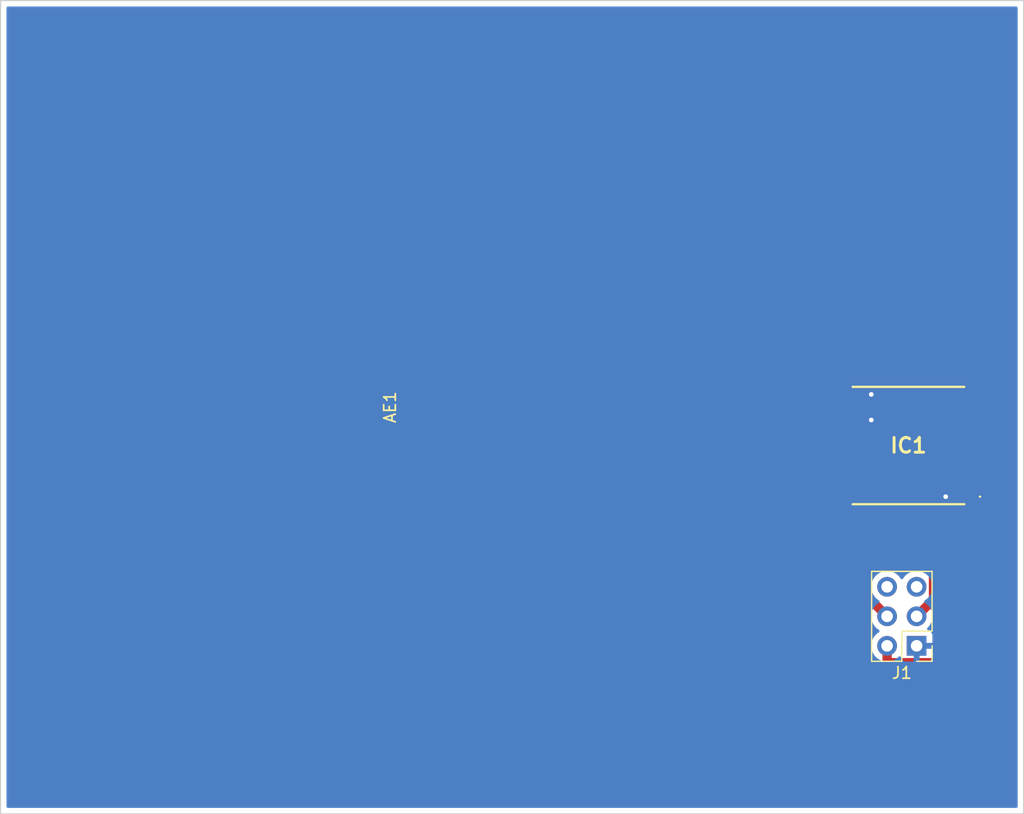
<source format=kicad_pcb>
(kicad_pcb (version 20211014) (generator pcbnew)
  (title_block (comment 4 "AISLER Project ID: APWCRJEI"))
  (layers (0 "F.Cu" signal) (31 "B.Cu" signal) (34 "B.Paste" user) (35 "F.Paste" user) (36 "B.SilkS" user "B.Silkscreen") (37 "F.SilkS" user "F.Silkscreen") (38 "B.Mask" user) (39 "F.Mask" user) (44 "Edge.Cuts" user))
  (net 0 "")
  (net 1 "Net-(AE1-Pad1)")
  (net 7 "Net-(IC1-Pad7)")
  (net 15 "GND")
  (net 16 "/sda")
  (net 17 "/scl")
  (footprint "Connector_PinHeader_2.54mm:PinHeader_2x03_P2.54mm_Vertical" (layer "F.Cu") (at 134.8 38.54 180)
    (fp_text reference "J1" (at 1.27 -2.33) (layer "F.SilkS"))
    (fp_text value "Conn_02x03_Odd_Even")
    (fp_line (start 1.27 -1.33) (end 3.87 -1.33) (layer "F.SilkS") (width 0.12))
    (fp_line (start -1.33 1.27) (end 1.27 1.27) (layer "F.SilkS") (width 0.12))
    (fp_line (start -1.33 1.27) (end -1.33 6.41) (layer "F.SilkS") (width 0.12))
    (fp_line (start -1.33 -1.33) (end 0 -1.33) (layer "F.SilkS") (width 0.12))
    (fp_line (start -1.33 6.41) (end 3.87 6.41) (layer "F.SilkS") (width 0.12))
    (fp_line (start 1.27 1.27) (end 1.27 -1.33) (layer "F.SilkS") (width 0.12))
    (fp_line (start 3.87 -1.33) (end 3.87 6.41) (layer "F.SilkS") (width 0.12))
    (fp_line (start -1.33 0) (end -1.33 -1.33) (layer "F.SilkS") (width 0.12))
    (pad "1" thru_hole rect (at 0 0 180) (size 1.7 1.7) (drill 1) (layers *.Cu *.Mask) (net 15 "GND"))
    (pad "2" thru_hole oval (at 2.54 0 180) (size 1.7 1.7) (drill 1) (layers *.Cu *.Mask) (net 7 "Net-(IC1-Pad7)"))
    (pad "3" thru_hole oval (at 0 2.54 180) (size 1.7 1.7) (drill 1) (layers *.Cu *.Mask) (net 17 "/scl"))
    (pad "4" thru_hole oval (at 2.54 2.54 180) (size 1.7 1.7) (drill 1) (layers *.Cu *.Mask) (net 16 "/sda"))
    (pad "5" thru_hole oval (at 0 5.08 180) (size 1.7 1.7) (drill 1) (layers *.Cu *.Mask))
    (pad "6" thru_hole oval (at 2.54 5.08 180) (size 1.7 1.7) (drill 1) (layers *.Cu *.Mask))
  )
  (footprint "antennas:patch_antenna_1.6ghz_cp" (layer "F.Cu") (at 90 18 90)
    (fp_text reference "AE1" (at 0 -0.5 90 unlocked) (layer "F.SilkS"))
    (fp_text value "Antenna")
    (fp_poly (pts (xy 22.75 15.925) (xy 15.925 22.75) (xy -22.75 22.75) (xy -22.75 -15.925) (xy -15.925 -22.75) (xy 22.75 -22.75)) (layer "F.Cu") (width 0.2) (fill solid))
    (pad "1" smd circle (at 0 0 90) (size 10 10) (layers "F.Cu") (net 1 "Net-(AE1-Pad1)"))
  )
  (footprint "antennas:MAXM10S00B" (layer "F.Cu") (at 134.1 21.3)
    (fp_text reference "IC1" (at 0 0) (layer "F.SilkS") (effects (font (size 1.27 1.27) (thickness 0.254))))
    (fp_text value "MAX-M10S-00B" hide)
    (fp_line (start 6.1 4.4) (end 6.1 4.4) (layer "F.SilkS") (width 0.1))
    (fp_line (start 4.8 -5.05) (end -4.8 -5.05) (layer "F.SilkS") (width 0.2))
    (fp_line (start 4.8 5.05) (end -4.8 5.05) (layer "F.SilkS") (width 0.2))
    (fp_line (start 6.2 4.4) (end 6.2 4.4) (layer "F.SilkS") (width 0.1))
    (fp_arc (start 6.2 4.4) (mid 6.15 4.45) (end 6.1 4.4) (layer "F.SilkS") (width 0.1))
    (fp_arc (start 6.1 4.4) (mid 6.15 4.35) (end 6.2 4.4) (layer "F.SilkS") (width 0.1))
    (pad "1" smd rect (at 4.75 4.4 90) (size 0.7 1.8) (layers "F.Cu" "F.Paste" "F.Mask") (net 15 "GND"))
    (pad "2" smd rect (at 4.75 3.3 90) (size 0.8 1.8) (layers "F.Cu" "F.Paste" "F.Mask"))
    (pad "3" smd rect (at 4.75 2.2 90) (size 0.8 1.8) (layers "F.Cu" "F.Paste" "F.Mask"))
    (pad "4" smd rect (at 4.75 1.1 90) (size 0.8 1.8) (layers "F.Cu" "F.Paste" "F.Mask"))
    (pad "5" smd rect (at 4.75 0 90) (size 0.8 1.8) (layers "F.Cu" "F.Paste" "F.Mask"))
    (pad "6" smd rect (at 4.75 -1.1 90) (size 0.8 1.8) (layers "F.Cu" "F.Paste" "F.Mask"))
    (pad "7" smd rect (at 4.75 -2.2 90) (size 0.8 1.8) (layers "F.Cu" "F.Paste" "F.Mask") (net 7 "Net-(IC1-Pad7)"))
    (pad "8" smd rect (at 4.75 -3.3 90) (size 0.8 1.8) (layers "F.Cu" "F.Paste" "F.Mask") (net 7 "Net-(IC1-Pad7)"))
    (pad "9" smd rect (at 4.75 -4.4 90) (size 0.7 1.8) (layers "F.Cu" "F.Paste" "F.Mask"))
    (pad "10" smd rect (at -4.75 -4.4 90) (size 0.7 1.8) (layers "F.Cu" "F.Paste" "F.Mask") (net 15 "GND"))
    (pad "11" smd rect (at -4.75 -3.3 90) (size 0.8 1.8) (layers "F.Cu" "F.Paste" "F.Mask") (net 1 "Net-(AE1-Pad1)"))
    (pad "12" smd rect (at -4.75 -2.2 90) (size 0.8 1.8) (layers "F.Cu" "F.Paste" "F.Mask") (net 15 "GND"))
    (pad "13" smd rect (at -4.75 -1.1 90) (size 0.8 1.8) (layers "F.Cu" "F.Paste" "F.Mask"))
    (pad "14" smd rect (at -4.75 0 90) (size 0.8 1.8) (layers "F.Cu" "F.Paste" "F.Mask"))
    (pad "15" smd rect (at -4.75 1.1 90) (size 0.8 1.8) (layers "F.Cu" "F.Paste" "F.Mask"))
    (pad "16" smd rect (at -4.75 2.2 90) (size 0.8 1.8) (layers "F.Cu" "F.Paste" "F.Mask") (net 16 "/sda"))
    (pad "17" smd rect (at -4.75 3.3 90) (size 0.8 1.8) (layers "F.Cu" "F.Paste" "F.Mask") (net 17 "/scl"))
    (pad "18" smd rect (at -4.75 4.4 90) (size 0.7 1.8) (layers "F.Cu" "F.Paste" "F.Mask"))
  )
  (gr_rect (start 56 -17) (end 144 53) (layer "Edge.Cuts") (width 0.1) (fill none))
  (segment (start 90 18) (end 126.8005 18) (width 2.9) (layer "F.Cu") (net 1))
  (segment (start 126.8005 18) (end 129.35 18) (width 0.8) (layer "F.Cu") (net 1))
  (segment (start 140.35 19.2) (end 140.35 35.89) (width 0.8) (layer "F.Cu") (net 7))
  (segment (start 136.25 39.99) (end 132.507919 39.99) (width 0.8) (layer "F.Cu") (net 7))
  (segment (start 138.85 19.1) (end 140.25 19.1) (width 0.8) (layer "F.Cu") (net 7))
  (segment (start 140.35 35.89) (end 136.25 39.99) (width 0.8) (layer "F.Cu") (net 7))
  (segment (start 139.15 18) (end 140.25 19.1) (width 0.8) (layer "F.Cu") (net 7))
  (segment (start 138.85 18) (end 139.15 18) (width 0.8) (layer "F.Cu") (net 7))
  (segment (start 140.25 19.1) (end 140.35 19.2) (width 0.8) (layer "F.Cu") (net 7))
  (segment (start 132.26 39.742081) (end 132.26 38.54) (width 0.8) (layer "F.Cu") (net 7))
  (segment (start 132.507919 39.99) (end 132.26 39.742081) (width 0.8) (layer "F.Cu") (net 7))
  (segment (start 129.35 16.9) (end 130.9 16.9) (width 0.8) (layer "F.Cu") (net 15))
  (segment (start 138.85 25.7) (end 137.3 25.7) (width 0.8) (layer "F.Cu") (net 15))
  (segment (start 129.35 19.1) (end 130.9 19.1) (width 0.8) (layer "F.Cu") (net 15))
  (via (at 130.9 19.1) (size 0.8) (drill 0.4) (layers "F.Cu" "B.Cu") (net 15))
  (via (at 130.9 16.9) (size 0.8) (drill 0.4) (layers "F.Cu" "B.Cu") (net 15))
  (via (at 137.3 25.7) (size 0.8) (drill 0.4) (layers "F.Cu" "B.Cu") (net 15))
  (segment (start 127.85 23.6) (end 127.85 31.59) (width 0.8) (layer "F.Cu") (net 16))
  (segment (start 129.35 23.5) (end 127.95 23.5) (width 0.8) (layer "F.Cu") (net 16))
  (segment (start 127.85 31.59) (end 132.26 36) (width 0.8) (layer "F.Cu") (net 16))
  (segment (start 127.95 23.5) (end 127.85 23.6) (width 0.8) (layer "F.Cu") (net 16))
  (segment (start 136.25 34.55) (end 134.8 36) (width 0.8) (layer "F.Cu") (net 17))
  (segment (start 136.25 29.8) (end 136.25 34.55) (width 0.8) (layer "F.Cu") (net 17))
  (segment (start 129.35 24.6) (end 131.05 24.6) (width 0.8) (layer "F.Cu") (net 17))
  (segment (start 131.05 24.6) (end 136.25 29.8) (width 0.8) (layer "F.Cu") (net 17))
  (zone (net 15) (net_name "GND") (layer "B.Cu") (connect_pads (clearance 0.508)) (min_thickness 0.254) (fill yes (thermal_gap 0.508) (thermal_bridge_width 0.508))
    (polygon (pts (xy 144 53) (xy 56 53) (xy 56 -17) (xy 144 -17)))
  )
)
</source>
